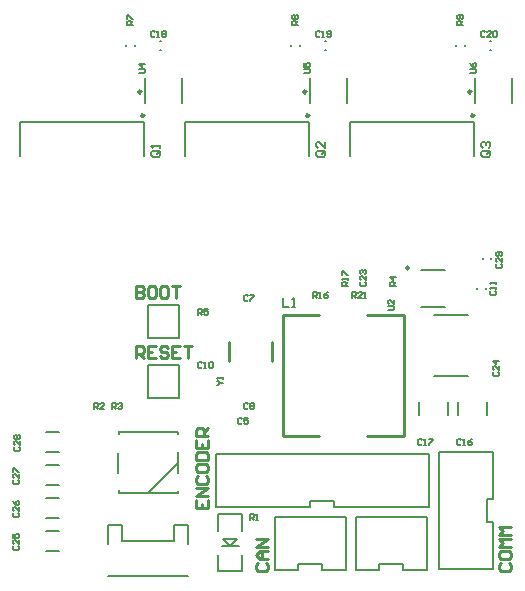
<source format=gto>
G04 Layer_Color=65535*
%FSAX24Y24*%
%MOIN*%
G70*
G01*
G75*
%ADD36C,0.0100*%
%ADD60C,0.0098*%
%ADD61C,0.0080*%
%ADD62C,0.0080*%
%ADD63C,0.0079*%
%ADD64C,0.0050*%
D36*
X064200Y029725D02*
X065425D01*
X061375D02*
X062600D01*
X061375Y025675D02*
Y029725D01*
Y025675D02*
X062600D01*
X065425D02*
Y029725D01*
X064200Y025675D02*
X065425D01*
X059575Y028195D02*
Y028805D01*
X061025Y028195D02*
Y028805D01*
X056500Y028300D02*
Y028700D01*
X056700D01*
X056767Y028633D01*
Y028500D01*
X056700Y028433D01*
X056500D01*
X056633D02*
X056767Y028300D01*
X057166Y028700D02*
X056900D01*
Y028300D01*
X057166D01*
X056900Y028500D02*
X057033D01*
X057566Y028633D02*
X057500Y028700D01*
X057366D01*
X057300Y028633D01*
Y028567D01*
X057366Y028500D01*
X057500D01*
X057566Y028433D01*
Y028367D01*
X057500Y028300D01*
X057366D01*
X057300Y028367D01*
X057966Y028700D02*
X057700D01*
Y028300D01*
X057966D01*
X057700Y028500D02*
X057833D01*
X058099Y028700D02*
X058366D01*
X058233D01*
Y028300D01*
X056500Y030700D02*
Y030300D01*
X056700D01*
X056767Y030367D01*
Y030433D01*
X056700Y030500D01*
X056500D01*
X056700D01*
X056767Y030567D01*
Y030633D01*
X056700Y030700D01*
X056500D01*
X057100D02*
X056967D01*
X056900Y030633D01*
Y030367D01*
X056967Y030300D01*
X057100D01*
X057166Y030367D01*
Y030633D01*
X057100Y030700D01*
X057500D02*
X057366D01*
X057300Y030633D01*
Y030367D01*
X057366Y030300D01*
X057500D01*
X057566Y030367D01*
Y030633D01*
X057500Y030700D01*
X057700D02*
X057966D01*
X057833D01*
Y030300D01*
X060567Y021467D02*
X060500Y021400D01*
Y021267D01*
X060567Y021200D01*
X060833D01*
X060900Y021267D01*
Y021400D01*
X060833Y021467D01*
X060900Y021600D02*
X060633D01*
X060500Y021733D01*
X060633Y021866D01*
X060900D01*
X060700D01*
Y021600D01*
X060900Y022000D02*
X060500D01*
X060900Y022266D01*
X060500D01*
X068667Y021467D02*
X068600Y021400D01*
Y021267D01*
X068667Y021200D01*
X068933D01*
X069000Y021267D01*
Y021400D01*
X068933Y021467D01*
X068600Y021800D02*
Y021667D01*
X068667Y021600D01*
X068933D01*
X069000Y021667D01*
Y021800D01*
X068933Y021866D01*
X068667D01*
X068600Y021800D01*
X069000Y022000D02*
X068600D01*
X068733Y022133D01*
X068600Y022266D01*
X069000D01*
Y022400D02*
X068600D01*
X068733Y022533D01*
X068600Y022666D01*
X069000D01*
X058500Y023567D02*
Y023300D01*
X058900D01*
Y023567D01*
X058700Y023300D02*
Y023433D01*
X058900Y023700D02*
X058500D01*
X058900Y023966D01*
X058500D01*
X058567Y024366D02*
X058500Y024300D01*
Y024166D01*
X058567Y024100D01*
X058833D01*
X058900Y024166D01*
Y024300D01*
X058833Y024366D01*
X058500Y024700D02*
Y024566D01*
X058567Y024500D01*
X058833D01*
X058900Y024566D01*
Y024700D01*
X058833Y024766D01*
X058567D01*
X058500Y024700D01*
Y024899D02*
X058900D01*
Y025099D01*
X058833Y025166D01*
X058567D01*
X058500Y025099D01*
Y024899D01*
Y025566D02*
Y025299D01*
X058900D01*
Y025566D01*
X058700Y025299D02*
Y025433D01*
X058900Y025699D02*
X058500D01*
Y025899D01*
X058567Y025966D01*
X058700D01*
X058767Y025899D01*
Y025699D01*
Y025833D02*
X058900Y025966D01*
D60*
X067672Y037161D02*
G03*
X067672Y037161I-000049J000000D01*
G01*
X062172D02*
G03*
X062172Y037161I-000049J000000D01*
G01*
X056672D02*
G03*
X056672Y037161I-000049J000000D01*
G01*
X065593Y031289D02*
G03*
X065593Y031289I-000049J000000D01*
G01*
X067760Y036373D02*
G03*
X067760Y036373I-000049J000000D01*
G01*
X062260D02*
G03*
X062260Y036373I-000049J000000D01*
G01*
X056760D02*
G03*
X056760Y036373I-000049J000000D01*
G01*
D61*
X059392Y022246D02*
X059628Y022008D01*
X059392Y022246D02*
X059868D01*
X059628Y022008D02*
X059868Y022246D01*
X059352Y022008D02*
X059628D01*
X059908D01*
X059234Y021178D02*
Y021728D01*
Y021178D02*
X060028D01*
Y021728D01*
X059234Y022522D02*
Y023073D01*
X060028D01*
Y022522D02*
Y023073D01*
X061139Y021222D02*
Y023000D01*
X063481D01*
X062694Y021222D02*
X063481D01*
X061906Y021418D02*
X062694D01*
Y021222D02*
Y021418D01*
X061906Y021222D02*
Y021418D01*
X063481Y021222D02*
Y023000D01*
X066181Y021222D02*
Y023000D01*
X064606Y021222D02*
Y021418D01*
X065394Y021222D02*
Y021418D01*
X064606D02*
X065394D01*
Y021222D02*
X066181D01*
X063839Y023000D02*
X066181D01*
X063839Y021222D02*
Y023000D01*
X059157Y023331D02*
Y025100D01*
X066243D01*
X063094Y023331D02*
X066243D01*
X062306Y023518D02*
X063094D01*
Y023331D02*
Y023518D01*
X066243Y023331D02*
Y025100D01*
X062306Y023331D02*
Y023518D01*
X059157Y023331D02*
X062306D01*
X066600Y021251D02*
X068378D01*
X066600D02*
Y025168D01*
X068378Y023594D02*
Y025168D01*
Y021251D02*
Y022806D01*
X068182D02*
Y023594D01*
X068378D01*
X068182Y022806D02*
X068378D01*
X066600Y025168D02*
X068378D01*
X057770Y022180D02*
Y022730D01*
X056034Y022180D02*
X057770D01*
X056034D02*
Y022730D01*
X055561Y021029D02*
X058240D01*
Y022100D02*
Y022730D01*
X057770D02*
X058240D01*
X055561D02*
X056034D01*
X055561Y022100D02*
Y022730D01*
X056900Y023800D02*
X057900Y024800D01*
Y024460D02*
Y024800D01*
Y025140D01*
X055900Y024450D02*
Y025120D01*
X057890Y023779D02*
Y023868D01*
X055932Y023779D02*
X057890D01*
X055932D02*
Y023780D01*
X055912D02*
X055932D01*
X055912D02*
Y023887D01*
X057890Y025740D02*
Y025830D01*
X055940D02*
X057890D01*
X055940D02*
Y025840D01*
X055920D02*
X055940D01*
X055920Y025740D02*
Y025840D01*
D62*
X061139Y021222D02*
X061906D01*
X063839D02*
X064606D01*
D63*
X068338Y031580D02*
Y031620D01*
X068062Y031580D02*
Y031620D01*
X066892Y026383D02*
Y026817D01*
X065908Y026383D02*
Y026817D01*
X067143Y038680D02*
Y038720D01*
X067457Y038680D02*
Y038720D01*
X061643Y038680D02*
Y038720D01*
X061957Y038680D02*
Y038720D01*
X056143Y038680D02*
Y038720D01*
X056457Y038680D02*
Y038720D01*
X067767Y035035D02*
Y036137D01*
X063633D02*
X067767D01*
X063633Y035035D02*
Y036137D01*
X058133Y035035D02*
Y036137D01*
X062267D01*
Y035035D02*
Y036137D01*
X056767Y035035D02*
Y036137D01*
X052633D02*
X056767D01*
X052633Y035035D02*
Y036137D01*
X056888Y026949D02*
X057912D01*
Y028051D01*
X056888Y026949D02*
Y028051D01*
X057912D01*
X056888Y028949D02*
X057912D01*
Y030051D01*
X056888Y028949D02*
Y030051D01*
X057912D01*
X053483Y022535D02*
X053917D01*
X053483Y021865D02*
X053917D01*
X053483Y023635D02*
X053917D01*
X053483Y022965D02*
X053917D01*
X053483Y024735D02*
X053917D01*
X053483Y024065D02*
X053917D01*
X053483Y025835D02*
X053917D01*
X053483Y025165D02*
X053917D01*
X068192Y026383D02*
Y026817D01*
X067208Y026383D02*
Y026817D01*
X066429Y029704D02*
X067571D01*
X066429Y027696D02*
X067571D01*
X066006Y029990D02*
X066794D01*
X066006Y031210D02*
X066794D01*
X067843Y030580D02*
Y030620D01*
X068157Y030580D02*
Y030620D01*
X067790Y036787D02*
Y037613D01*
X069010Y036787D02*
Y037613D01*
X062290Y036787D02*
Y037613D01*
X063510Y036787D02*
Y037613D01*
X056790Y036787D02*
Y037613D01*
X058010Y036787D02*
Y037613D01*
X057280Y038838D02*
X057320D01*
X057280Y038562D02*
X057320D01*
X062780Y038838D02*
X062820D01*
X062780Y038562D02*
X062820D01*
X068280Y038838D02*
X068320D01*
X068280Y038562D02*
X068320D01*
D64*
X060300Y022900D02*
Y023100D01*
X060400D01*
X060433Y023067D01*
Y023000D01*
X060400Y022967D01*
X060300D01*
X060367D02*
X060433Y022900D01*
X060500D02*
X060567D01*
X060533D01*
Y023100D01*
X060500Y023067D01*
X063700Y030300D02*
Y030500D01*
X063800D01*
X063833Y030467D01*
Y030400D01*
X063800Y030367D01*
X063700D01*
X063767D02*
X063833Y030300D01*
X064033D02*
X063900D01*
X064033Y030433D01*
Y030467D01*
X064000Y030500D01*
X063933D01*
X063900Y030467D01*
X064100Y030300D02*
X064167D01*
X064133D01*
Y030500D01*
X064100Y030467D01*
X068533Y031433D02*
X068500Y031400D01*
Y031333D01*
X068533Y031300D01*
X068667D01*
X068700Y031333D01*
Y031400D01*
X068667Y031433D01*
X068700Y031633D02*
Y031500D01*
X068567Y031633D01*
X068533D01*
X068500Y031600D01*
Y031533D01*
X068533Y031500D01*
X068667Y031700D02*
X068700Y031733D01*
Y031800D01*
X068667Y031833D01*
X068533D01*
X068500Y031800D01*
Y031733D01*
X068533Y031700D01*
X068567D01*
X068600Y031733D01*
Y031833D01*
X068433Y027833D02*
X068400Y027800D01*
Y027733D01*
X068433Y027700D01*
X068567D01*
X068600Y027733D01*
Y027800D01*
X068567Y027833D01*
X068600Y028033D02*
Y027900D01*
X068467Y028033D01*
X068433D01*
X068400Y028000D01*
Y027933D01*
X068433Y027900D01*
X068600Y028200D02*
X068400D01*
X068500Y028100D01*
Y028233D01*
X063994Y030833D02*
X063961Y030800D01*
Y030733D01*
X063994Y030700D01*
X064127D01*
X064161Y030733D01*
Y030800D01*
X064127Y030833D01*
X064161Y031033D02*
Y030900D01*
X064027Y031033D01*
X063994D01*
X063961Y031000D01*
Y030933D01*
X063994Y030900D01*
Y031100D02*
X063961Y031133D01*
Y031200D01*
X063994Y031233D01*
X064027D01*
X064061Y031200D01*
Y031167D01*
Y031200D01*
X064094Y031233D01*
X064127D01*
X064161Y031200D01*
Y031133D01*
X064127Y031100D01*
X059200Y027400D02*
X059233D01*
X059300Y027467D01*
X059233Y027533D01*
X059200D01*
X059300Y027467D02*
X059400D01*
Y027600D02*
Y027667D01*
Y027633D01*
X059200D01*
X059233Y027600D01*
X067400Y039400D02*
X067200D01*
Y039500D01*
X067233Y039533D01*
X067300D01*
X067333Y039500D01*
Y039400D01*
Y039467D02*
X067400Y039533D01*
X067367Y039600D02*
X067400Y039633D01*
Y039700D01*
X067367Y039733D01*
X067233D01*
X067200Y039700D01*
Y039633D01*
X067233Y039600D01*
X067267D01*
X067300Y039633D01*
Y039733D01*
X061900Y039400D02*
X061700D01*
Y039500D01*
X061733Y039533D01*
X061800D01*
X061833Y039500D01*
Y039400D01*
Y039467D02*
X061900Y039533D01*
X061733Y039600D02*
X061700Y039633D01*
Y039700D01*
X061733Y039733D01*
X061767D01*
X061800Y039700D01*
X061833Y039733D01*
X061867D01*
X061900Y039700D01*
Y039633D01*
X061867Y039600D01*
X061833D01*
X061800Y039633D01*
X061767Y039600D01*
X061733D01*
X061800Y039633D02*
Y039700D01*
X056400Y039400D02*
X056200D01*
Y039500D01*
X056233Y039533D01*
X056300D01*
X056333Y039500D01*
Y039400D01*
Y039467D02*
X056400Y039533D01*
X056200Y039600D02*
Y039733D01*
X056233D01*
X056367Y039600D01*
X056400D01*
X068250Y035200D02*
X068050D01*
X068000Y035150D01*
Y035050D01*
X068050Y035000D01*
X068250D01*
X068300Y035050D01*
Y035150D01*
X068200Y035100D02*
X068300Y035200D01*
Y035150D02*
X068250Y035200D01*
X068050Y035300D02*
X068000Y035350D01*
Y035450D01*
X068050Y035500D01*
X068100D01*
X068150Y035450D01*
Y035400D01*
Y035450D01*
X068200Y035500D01*
X068250D01*
X068300Y035450D01*
Y035350D01*
X068250Y035300D01*
X062750Y035200D02*
X062550D01*
X062500Y035150D01*
Y035050D01*
X062550Y035000D01*
X062750D01*
X062800Y035050D01*
Y035150D01*
X062700Y035100D02*
X062800Y035200D01*
Y035150D02*
X062750Y035200D01*
X062800Y035500D02*
Y035300D01*
X062600Y035500D01*
X062550D01*
X062500Y035450D01*
Y035350D01*
X062550Y035300D01*
X057250Y035200D02*
X057050D01*
X057000Y035150D01*
Y035050D01*
X057050Y035000D01*
X057250D01*
X057300Y035050D01*
Y035150D01*
X057200Y035100D02*
X057300Y035200D01*
Y035150D02*
X057250Y035200D01*
X057300Y035300D02*
Y035400D01*
Y035350D01*
X057000D01*
X057050Y035300D01*
X058692Y028105D02*
X058658Y028139D01*
X058592D01*
X058558Y028105D01*
Y027972D01*
X058592Y027939D01*
X058658D01*
X058692Y027972D01*
X058758Y027939D02*
X058825D01*
X058792D01*
Y028139D01*
X058758Y028105D01*
X058925D02*
X058958Y028139D01*
X059025D01*
X059058Y028105D01*
Y027972D01*
X059025Y027939D01*
X058958D01*
X058925Y027972D01*
Y028105D01*
X060233Y030367D02*
X060200Y030400D01*
X060133D01*
X060100Y030367D01*
Y030233D01*
X060133Y030200D01*
X060200D01*
X060233Y030233D01*
X060300Y030400D02*
X060433D01*
Y030367D01*
X060300Y030233D01*
Y030200D01*
X060233Y026767D02*
X060200Y026800D01*
X060133D01*
X060100Y026767D01*
Y026633D01*
X060133Y026600D01*
X060200D01*
X060233Y026633D01*
X060300Y026767D02*
X060333Y026800D01*
X060400D01*
X060433Y026767D01*
Y026733D01*
X060400Y026700D01*
X060433Y026667D01*
Y026633D01*
X060400Y026600D01*
X060333D01*
X060300Y026633D01*
Y026667D01*
X060333Y026700D01*
X060300Y026733D01*
Y026767D01*
X060333Y026700D02*
X060400D01*
X060033Y026267D02*
X060000Y026300D01*
X059933D01*
X059900Y026267D01*
Y026133D01*
X059933Y026100D01*
X060000D01*
X060033Y026133D01*
X060233Y026300D02*
X060100D01*
Y026200D01*
X060167Y026233D01*
X060200D01*
X060233Y026200D01*
Y026133D01*
X060200Y026100D01*
X060133D01*
X060100Y026133D01*
X068333Y030533D02*
X068300Y030500D01*
Y030433D01*
X068333Y030400D01*
X068467D01*
X068500Y030433D01*
Y030500D01*
X068467Y030533D01*
X068500Y030600D02*
Y030667D01*
Y030633D01*
X068300D01*
X068333Y030600D01*
X068500Y030767D02*
Y030833D01*
Y030800D01*
X068300D01*
X068333Y030767D01*
X067333Y025567D02*
X067300Y025600D01*
X067233D01*
X067200Y025567D01*
Y025433D01*
X067233Y025400D01*
X067300D01*
X067333Y025433D01*
X067400Y025400D02*
X067467D01*
X067433D01*
Y025600D01*
X067400Y025567D01*
X067700Y025600D02*
X067633Y025567D01*
X067567Y025500D01*
Y025433D01*
X067600Y025400D01*
X067667D01*
X067700Y025433D01*
Y025467D01*
X067667Y025500D01*
X067567D01*
X066033Y025567D02*
X066000Y025600D01*
X065933D01*
X065900Y025567D01*
Y025433D01*
X065933Y025400D01*
X066000D01*
X066033Y025433D01*
X066100Y025400D02*
X066167D01*
X066133D01*
Y025600D01*
X066100Y025567D01*
X066267Y025600D02*
X066400D01*
Y025567D01*
X066267Y025433D01*
Y025400D01*
X057133Y039167D02*
X057100Y039200D01*
X057033D01*
X057000Y039167D01*
Y039033D01*
X057033Y039000D01*
X057100D01*
X057133Y039033D01*
X057200Y039000D02*
X057267D01*
X057233D01*
Y039200D01*
X057200Y039167D01*
X057367D02*
X057400Y039200D01*
X057467D01*
X057500Y039167D01*
Y039133D01*
X057467Y039100D01*
X057500Y039067D01*
Y039033D01*
X057467Y039000D01*
X057400D01*
X057367Y039033D01*
Y039067D01*
X057400Y039100D01*
X057367Y039133D01*
Y039167D01*
X057400Y039100D02*
X057467D01*
X062633Y039167D02*
X062600Y039200D01*
X062533D01*
X062500Y039167D01*
Y039033D01*
X062533Y039000D01*
X062600D01*
X062633Y039033D01*
X062700Y039000D02*
X062767D01*
X062733D01*
Y039200D01*
X062700Y039167D01*
X062867Y039033D02*
X062900Y039000D01*
X062967D01*
X063000Y039033D01*
Y039167D01*
X062967Y039200D01*
X062900D01*
X062867Y039167D01*
Y039133D01*
X062900Y039100D01*
X063000D01*
X068133Y039167D02*
X068100Y039200D01*
X068033D01*
X068000Y039167D01*
Y039033D01*
X068033Y039000D01*
X068100D01*
X068133Y039033D01*
X068333Y039000D02*
X068200D01*
X068333Y039133D01*
Y039167D01*
X068300Y039200D01*
X068233D01*
X068200Y039167D01*
X068400D02*
X068433Y039200D01*
X068500D01*
X068533Y039167D01*
Y039033D01*
X068500Y039000D01*
X068433D01*
X068400Y039033D01*
Y039167D01*
X052433Y022033D02*
X052400Y022000D01*
Y021933D01*
X052433Y021900D01*
X052567D01*
X052600Y021933D01*
Y022000D01*
X052567Y022033D01*
X052600Y022233D02*
Y022100D01*
X052467Y022233D01*
X052433D01*
X052400Y022200D01*
Y022133D01*
X052433Y022100D01*
X052400Y022433D02*
Y022300D01*
X052500D01*
X052467Y022367D01*
Y022400D01*
X052500Y022433D01*
X052567D01*
X052600Y022400D01*
Y022333D01*
X052567Y022300D01*
X052433Y023133D02*
X052400Y023100D01*
Y023033D01*
X052433Y023000D01*
X052567D01*
X052600Y023033D01*
Y023100D01*
X052567Y023133D01*
X052600Y023333D02*
Y023200D01*
X052467Y023333D01*
X052433D01*
X052400Y023300D01*
Y023233D01*
X052433Y023200D01*
X052400Y023533D02*
X052433Y023467D01*
X052500Y023400D01*
X052567D01*
X052600Y023433D01*
Y023500D01*
X052567Y023533D01*
X052533D01*
X052500Y023500D01*
Y023400D01*
X052433Y024233D02*
X052400Y024200D01*
Y024133D01*
X052433Y024100D01*
X052567D01*
X052600Y024133D01*
Y024200D01*
X052567Y024233D01*
X052600Y024433D02*
Y024300D01*
X052467Y024433D01*
X052433D01*
X052400Y024400D01*
Y024333D01*
X052433Y024300D01*
X052400Y024500D02*
Y024633D01*
X052433D01*
X052567Y024500D01*
X052600D01*
X052452Y025313D02*
X052418Y025279D01*
Y025213D01*
X052452Y025179D01*
X052585D01*
X052618Y025213D01*
Y025279D01*
X052585Y025313D01*
X052618Y025513D02*
Y025379D01*
X052485Y025513D01*
X052452D01*
X052418Y025479D01*
Y025413D01*
X052452Y025379D01*
Y025579D02*
X052418Y025613D01*
Y025679D01*
X052452Y025713D01*
X052485D01*
X052518Y025679D01*
X052552Y025713D01*
X052585D01*
X052618Y025679D01*
Y025613D01*
X052585Y025579D01*
X052552D01*
X052518Y025613D01*
X052485Y025579D01*
X052452D01*
X052518Y025613D02*
Y025679D01*
X061400Y030300D02*
Y030000D01*
X061600D01*
X061700D02*
X061800D01*
X061750D01*
Y030300D01*
X061700Y030250D01*
X055100Y026600D02*
Y026800D01*
X055200D01*
X055233Y026767D01*
Y026700D01*
X055200Y026667D01*
X055100D01*
X055167D02*
X055233Y026600D01*
X055433D02*
X055300D01*
X055433Y026733D01*
Y026767D01*
X055400Y026800D01*
X055333D01*
X055300Y026767D01*
X055700Y026600D02*
Y026800D01*
X055800D01*
X055833Y026767D01*
Y026700D01*
X055800Y026667D01*
X055700D01*
X055767D02*
X055833Y026600D01*
X055900Y026767D02*
X055933Y026800D01*
X056000D01*
X056033Y026767D01*
Y026733D01*
X056000Y026700D01*
X055967D01*
X056000D01*
X056033Y026667D01*
Y026633D01*
X056000Y026600D01*
X055933D01*
X055900Y026633D01*
X065161Y030700D02*
X064961D01*
Y030800D01*
X064994Y030833D01*
X065061D01*
X065094Y030800D01*
Y030700D01*
Y030767D02*
X065161Y030833D01*
Y031000D02*
X064961D01*
X065061Y030900D01*
Y031033D01*
X058572Y029705D02*
Y029905D01*
X058672D01*
X058705Y029872D01*
Y029805D01*
X058672Y029772D01*
X058572D01*
X058639D02*
X058705Y029705D01*
X058905Y029905D02*
X058772D01*
Y029805D01*
X058839Y029838D01*
X058872D01*
X058905Y029805D01*
Y029738D01*
X058872Y029705D01*
X058805D01*
X058772Y029738D01*
X062394Y030300D02*
Y030500D01*
X062494D01*
X062527Y030467D01*
Y030400D01*
X062494Y030367D01*
X062394D01*
X062460D02*
X062527Y030300D01*
X062594D02*
X062660D01*
X062627D01*
Y030500D01*
X062594Y030467D01*
X062893Y030500D02*
X062827Y030467D01*
X062760Y030400D01*
Y030333D01*
X062793Y030300D01*
X062860D01*
X062893Y030333D01*
Y030367D01*
X062860Y030400D01*
X062760D01*
X063561Y030700D02*
X063361D01*
Y030800D01*
X063394Y030833D01*
X063461D01*
X063494Y030800D01*
Y030700D01*
Y030767D02*
X063561Y030833D01*
Y030900D02*
Y030967D01*
Y030933D01*
X063361D01*
X063394Y030900D01*
X063361Y031067D02*
Y031200D01*
X063394D01*
X063527Y031067D01*
X063561D01*
X056600Y037800D02*
X056767D01*
X056800Y037833D01*
Y037900D01*
X056767Y037933D01*
X056600D01*
X056800Y038100D02*
X056600D01*
X056700Y038000D01*
Y038133D01*
X062100Y037800D02*
X062267D01*
X062300Y037833D01*
Y037900D01*
X062267Y037933D01*
X062100D01*
Y038133D02*
Y038000D01*
X062200D01*
X062167Y038067D01*
Y038100D01*
X062200Y038133D01*
X062267D01*
X062300Y038100D01*
Y038033D01*
X062267Y038000D01*
X067640Y037786D02*
X067807D01*
X067840Y037820D01*
Y037886D01*
X067807Y037920D01*
X067640D01*
Y038120D02*
X067673Y038053D01*
X067740Y037986D01*
X067807D01*
X067840Y038020D01*
Y038086D01*
X067807Y038120D01*
X067773D01*
X067740Y038086D01*
Y037986D01*
X064900Y029900D02*
X065067D01*
X065100Y029933D01*
Y030000D01*
X065067Y030033D01*
X064900D01*
X065100Y030233D02*
Y030100D01*
X064967Y030233D01*
X064933D01*
X064900Y030200D01*
Y030133D01*
X064933Y030100D01*
M02*

</source>
